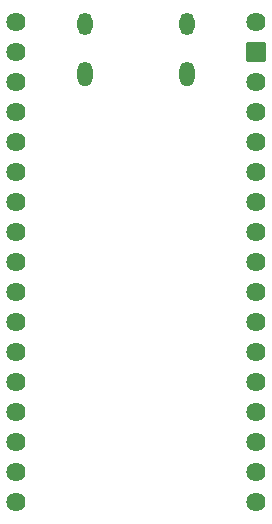
<source format=gbs>
G04 Layer: BottomSolderMaskLayer*
G04 EasyEDA v6.5.50, 2025-05-29 20:10:11*
G04 51d2a156a5c9454999fc887beed5754f,29d699c3718f4358a2dc827e738e4458,10*
G04 Gerber Generator version 0.2*
G04 Scale: 100 percent, Rotated: No, Reflected: No *
G04 Dimensions in inches *
G04 leading zeros omitted , absolute positions ,3 integer and 6 decimal *
%FSLAX36Y36*%
%MOIN*%

%AMMACRO1*4,1,8,-0.0308,-0.032,-0.032,-0.0308,-0.032,0.0308,-0.0308,0.032,0.0308,0.032,0.032,0.0308,0.032,-0.0308,0.0308,-0.032,-0.0308,-0.032,0*%
%ADD10O,0.051244000000000005X0.074866*%
%ADD11O,0.051244000000000005X0.08274000000000001*%
%ADD12C,0.0640*%
%ADD13MACRO1*%
%ADD14C,0.0119*%

%LPD*%
D10*
G01*
X-170289Y292429D03*
D11*
G01*
X-170289Y127869D03*
G01*
X170270Y127869D03*
D10*
G01*
X170270Y292429D03*
D12*
G01*
X-400000Y300000D03*
G01*
X-400000Y200000D03*
G01*
X-400000Y-900000D03*
G01*
X-400000Y-1000000D03*
G01*
X-400000Y-1100000D03*
G01*
X-400000Y-1200000D03*
G01*
X-400000Y-1300000D03*
G01*
X400000Y-1300000D03*
G01*
X400000Y-1200000D03*
G01*
X400000Y-1100000D03*
G01*
X400000Y-1000000D03*
G01*
X400000Y-900000D03*
G01*
X400000Y-800000D03*
G01*
X400000Y-700000D03*
G01*
X400000Y-600000D03*
G01*
X400000Y-500000D03*
G01*
X400000Y-400000D03*
G01*
X400000Y-300000D03*
G01*
X400000Y300000D03*
D13*
G01*
X399999Y200000D03*
D12*
G01*
X-400000Y-800000D03*
G01*
X400000Y-200000D03*
G01*
X-400000Y-700000D03*
G01*
X-400000Y-600000D03*
G01*
X-400000Y-500000D03*
G01*
X-400000Y-400000D03*
G01*
X-400000Y-300000D03*
G01*
X-400000Y-200000D03*
G01*
X-400000Y-100000D03*
G01*
X-400000Y0D03*
G01*
X-400000Y100000D03*
G01*
X400000Y100000D03*
G01*
X400000Y0D03*
G01*
X400000Y-100000D03*
M02*

</source>
